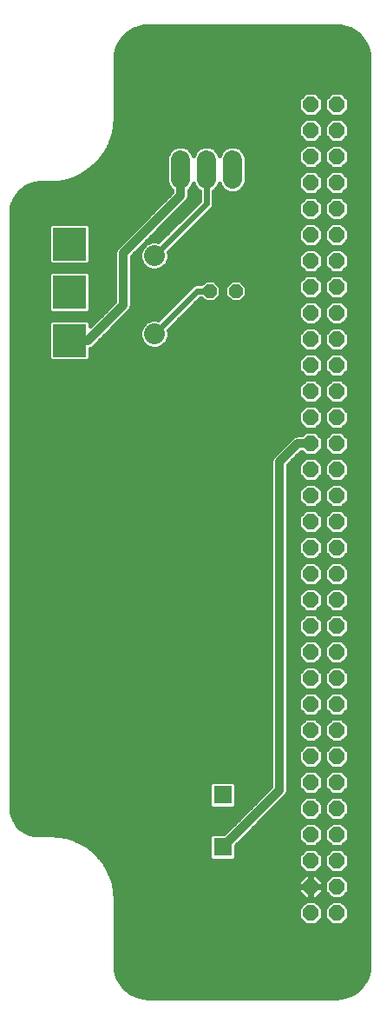
<source format=gtl>
G75*
%MOIN*%
%OFA0B0*%
%FSLAX24Y24*%
%IPPOS*%
%LPD*%
%AMOC8*
5,1,8,0,0,1.08239X$1,22.5*
%
%ADD10OC8,0.0600*%
%ADD11C,0.0740*%
%ADD12OC8,0.0520*%
%ADD13C,0.0800*%
%ADD14R,0.1266X0.1266*%
%ADD15R,0.0709X0.0709*%
%ADD16C,0.0320*%
%ADD17C,0.0160*%
%ADD18C,0.0240*%
D10*
X011685Y003430D03*
X011685Y004430D03*
X011685Y005430D03*
X011685Y006430D03*
X011685Y007430D03*
X011685Y008430D03*
X011685Y009430D03*
X011685Y010430D03*
X011685Y011430D03*
X011685Y012430D03*
X011685Y013430D03*
X011685Y014430D03*
X011685Y015430D03*
X011685Y016430D03*
X011685Y017430D03*
X011685Y018430D03*
X011685Y019430D03*
X011685Y020430D03*
X011685Y021430D03*
X011685Y022430D03*
X011685Y023430D03*
X011685Y024430D03*
X011685Y025430D03*
X011685Y026430D03*
X011685Y027430D03*
X011685Y028430D03*
X011685Y029430D03*
X011685Y030430D03*
X011685Y031430D03*
X011685Y032430D03*
X011685Y033430D03*
X011685Y034430D03*
X012685Y034430D03*
X012685Y033430D03*
X012685Y032430D03*
X012685Y031430D03*
X012685Y030430D03*
X012685Y029430D03*
X012685Y028430D03*
X012685Y027430D03*
X012685Y026430D03*
X012685Y025430D03*
X012685Y024430D03*
X012685Y023430D03*
X012685Y022430D03*
X012685Y021430D03*
X012685Y020430D03*
X012685Y019430D03*
X012685Y018430D03*
X012685Y017430D03*
X012685Y016430D03*
X012685Y015430D03*
X012685Y014430D03*
X012685Y013430D03*
X012685Y012430D03*
X012685Y011430D03*
X012685Y010430D03*
X012685Y009430D03*
X012685Y008430D03*
X012685Y007430D03*
X012685Y006430D03*
X012685Y005430D03*
X012685Y004430D03*
X012685Y003430D03*
D11*
X008685Y031560D02*
X008685Y032300D01*
X007685Y032300D02*
X007685Y031560D01*
X006685Y031560D02*
X006685Y032300D01*
D12*
X007815Y027270D03*
X008815Y027270D03*
D13*
X005685Y028630D03*
X005685Y025630D03*
D14*
X002425Y025380D03*
X002425Y027230D03*
X002425Y029080D03*
D15*
X008305Y007950D03*
X008305Y005950D03*
D16*
X010485Y008130D01*
X010485Y020730D01*
X011185Y021430D01*
X011685Y021430D01*
X004485Y028730D02*
X006685Y030930D01*
X006685Y031930D01*
X004485Y028730D02*
X004485Y026730D01*
X003135Y025380D01*
X002425Y025380D01*
D17*
X001987Y006412D02*
X002283Y006357D01*
X002572Y006268D01*
X002847Y006144D01*
X003105Y005987D01*
X003343Y005801D01*
X003556Y005588D01*
X003743Y005350D01*
X003899Y005092D01*
X004023Y004817D01*
X004113Y004528D01*
X004167Y004231D01*
X004185Y003930D01*
X004185Y001430D01*
X004198Y001252D01*
X004236Y001078D01*
X004298Y000911D01*
X004384Y000754D01*
X004490Y000611D01*
X004617Y000485D01*
X004759Y000378D01*
X004916Y000293D01*
X005083Y000231D01*
X005257Y000193D01*
X005435Y000180D01*
X012685Y000180D01*
X012863Y000193D01*
X013037Y000231D01*
X013204Y000293D01*
X013361Y000378D01*
X013504Y000485D01*
X013630Y000611D01*
X013737Y000754D01*
X013822Y000911D01*
X013885Y001078D01*
X013922Y001252D01*
X013935Y001430D01*
X013935Y036180D01*
X013922Y036358D01*
X013885Y036532D01*
X013822Y036699D01*
X013737Y036856D01*
X013630Y036999D01*
X013504Y037125D01*
X013361Y037232D01*
X013204Y037317D01*
X013037Y037379D01*
X012863Y037417D01*
X012685Y037430D01*
X005435Y037430D01*
X005257Y037417D01*
X005083Y037379D01*
X004916Y037317D01*
X004759Y037232D01*
X004617Y037125D01*
X004490Y036999D01*
X004384Y036856D01*
X004298Y036699D01*
X004236Y036532D01*
X004198Y036358D01*
X004185Y036180D01*
X004185Y033930D01*
X004167Y033632D01*
X004114Y033338D01*
X004027Y033052D01*
X003906Y032779D01*
X003754Y032522D01*
X003572Y032285D01*
X003363Y032072D01*
X003131Y031884D01*
X002877Y031726D01*
X002607Y031599D01*
X002324Y031504D01*
X002031Y031444D01*
X001734Y031419D01*
X001435Y031430D01*
X001267Y031434D01*
X001100Y031413D01*
X000938Y031368D01*
X000785Y031299D01*
X000643Y031209D01*
X000516Y031099D01*
X000406Y030972D01*
X000316Y030830D01*
X000248Y030677D01*
X000202Y030515D01*
X000182Y030348D01*
X000185Y030180D01*
X000185Y007430D01*
X000195Y007288D01*
X000226Y007148D01*
X000276Y007015D01*
X000344Y006889D01*
X000429Y006775D01*
X000530Y006674D01*
X000645Y006589D01*
X000770Y006520D01*
X000903Y006471D01*
X001043Y006440D01*
X001185Y006430D01*
X001685Y006430D01*
X001987Y006412D01*
X002207Y006371D02*
X007792Y006371D01*
X007791Y006371D02*
X007791Y005529D01*
X007885Y005436D01*
X008726Y005436D01*
X008820Y005529D01*
X008820Y006012D01*
X010666Y007859D01*
X010756Y007949D01*
X010805Y008066D01*
X010805Y020597D01*
X011318Y021110D01*
X011355Y021110D01*
X011495Y020970D01*
X011876Y020970D01*
X012145Y021239D01*
X012145Y021621D01*
X011876Y021890D01*
X011495Y021890D01*
X011355Y021750D01*
X011122Y021750D01*
X011004Y021701D01*
X010914Y021611D01*
X010214Y020911D01*
X010165Y020794D01*
X010165Y008263D01*
X008367Y006464D01*
X007885Y006464D01*
X007791Y006371D01*
X007791Y006213D02*
X002693Y006213D01*
X002995Y006054D02*
X007791Y006054D01*
X007791Y005896D02*
X003222Y005896D01*
X003407Y005737D02*
X007791Y005737D01*
X007791Y005579D02*
X003563Y005579D01*
X003688Y005420D02*
X011225Y005420D01*
X011225Y005262D02*
X003796Y005262D01*
X003892Y005103D02*
X011361Y005103D01*
X011495Y004970D02*
X011225Y005239D01*
X011225Y005621D01*
X011495Y005890D01*
X011876Y005890D01*
X012145Y005621D01*
X012145Y005239D01*
X011876Y004970D01*
X011495Y004970D01*
X011486Y004910D02*
X011205Y004629D01*
X011205Y004450D01*
X011665Y004450D01*
X011665Y004410D01*
X011205Y004410D01*
X011205Y004231D01*
X011486Y003950D01*
X011665Y003950D01*
X011665Y004410D01*
X011705Y004410D01*
X011705Y003950D01*
X011884Y003950D01*
X012165Y004231D01*
X012165Y004410D01*
X011705Y004410D01*
X011705Y004450D01*
X011665Y004450D01*
X011665Y004910D01*
X011486Y004910D01*
X011363Y004786D02*
X004032Y004786D01*
X004081Y004628D02*
X011205Y004628D01*
X011205Y004469D02*
X004123Y004469D01*
X004152Y004311D02*
X011205Y004311D01*
X011284Y004152D02*
X004172Y004152D01*
X004181Y003994D02*
X011442Y003994D01*
X011495Y003890D02*
X011225Y003621D01*
X011225Y003239D01*
X011495Y002970D01*
X011876Y002970D01*
X012145Y003239D01*
X012145Y003621D01*
X011876Y003890D01*
X011495Y003890D01*
X011440Y003835D02*
X004185Y003835D01*
X004185Y003677D02*
X011282Y003677D01*
X011225Y003518D02*
X004185Y003518D01*
X004185Y003360D02*
X011225Y003360D01*
X011263Y003201D02*
X004185Y003201D01*
X004185Y003043D02*
X011422Y003043D01*
X011665Y003994D02*
X011705Y003994D01*
X011705Y004152D02*
X011665Y004152D01*
X011665Y004311D02*
X011705Y004311D01*
X011705Y004450D02*
X012165Y004450D01*
X012165Y004629D01*
X011884Y004910D01*
X011705Y004910D01*
X011705Y004450D01*
X011705Y004469D02*
X011665Y004469D01*
X011665Y004628D02*
X011705Y004628D01*
X011705Y004786D02*
X011665Y004786D01*
X011928Y003994D02*
X012471Y003994D01*
X012495Y003970D02*
X012876Y003970D01*
X013145Y004239D01*
X013145Y004621D01*
X012876Y004890D01*
X012495Y004890D01*
X012225Y004621D01*
X012225Y004239D01*
X012495Y003970D01*
X012495Y003890D02*
X012225Y003621D01*
X012225Y003239D01*
X012495Y002970D01*
X012876Y002970D01*
X013145Y003239D01*
X013145Y003621D01*
X012876Y003890D01*
X012495Y003890D01*
X012440Y003835D02*
X011930Y003835D01*
X012089Y003677D02*
X012282Y003677D01*
X012225Y003518D02*
X012145Y003518D01*
X012145Y003360D02*
X012225Y003360D01*
X012263Y003201D02*
X012107Y003201D01*
X011949Y003043D02*
X012422Y003043D01*
X012949Y003043D02*
X013935Y003043D01*
X013935Y003201D02*
X013107Y003201D01*
X013145Y003360D02*
X013935Y003360D01*
X013935Y003518D02*
X013145Y003518D01*
X013089Y003677D02*
X013935Y003677D01*
X013935Y003835D02*
X012930Y003835D01*
X012900Y003994D02*
X013935Y003994D01*
X013935Y004152D02*
X013058Y004152D01*
X013145Y004311D02*
X013935Y004311D01*
X013935Y004469D02*
X013145Y004469D01*
X013138Y004628D02*
X013935Y004628D01*
X013935Y004786D02*
X012979Y004786D01*
X012876Y004970D02*
X013145Y005239D01*
X013145Y005621D01*
X012876Y005890D01*
X012495Y005890D01*
X012225Y005621D01*
X012225Y005239D01*
X012495Y004970D01*
X012876Y004970D01*
X013009Y005103D02*
X013935Y005103D01*
X013935Y004945D02*
X003965Y004945D01*
X004185Y002884D02*
X013935Y002884D01*
X013935Y002726D02*
X004185Y002726D01*
X004185Y002567D02*
X013935Y002567D01*
X013935Y002409D02*
X004185Y002409D01*
X004185Y002250D02*
X013935Y002250D01*
X013935Y002092D02*
X004185Y002092D01*
X004185Y001933D02*
X013935Y001933D01*
X013935Y001775D02*
X004185Y001775D01*
X004185Y001616D02*
X013935Y001616D01*
X013935Y001458D02*
X004185Y001458D01*
X004195Y001299D02*
X013926Y001299D01*
X013898Y001141D02*
X004222Y001141D01*
X004271Y000982D02*
X013849Y000982D01*
X013775Y000824D02*
X004346Y000824D01*
X004450Y000665D02*
X013670Y000665D01*
X013525Y000507D02*
X004595Y000507D01*
X004814Y000348D02*
X013306Y000348D01*
X012824Y000190D02*
X005296Y000190D01*
X007885Y007436D02*
X008726Y007436D01*
X008820Y007529D01*
X008820Y008371D01*
X008726Y008464D01*
X007885Y008464D01*
X007791Y008371D01*
X007791Y007529D01*
X007885Y007436D01*
X007839Y007481D02*
X000185Y007481D01*
X000185Y007639D02*
X007791Y007639D01*
X007791Y007798D02*
X000185Y007798D01*
X000185Y007956D02*
X007791Y007956D01*
X007791Y008115D02*
X000185Y008115D01*
X000185Y008273D02*
X007791Y008273D01*
X007852Y008432D02*
X000185Y008432D01*
X000185Y008590D02*
X010165Y008590D01*
X010165Y008432D02*
X008758Y008432D01*
X008820Y008273D02*
X010165Y008273D01*
X010018Y008115D02*
X008820Y008115D01*
X008820Y007956D02*
X009859Y007956D01*
X009701Y007798D02*
X008820Y007798D01*
X008820Y007639D02*
X009542Y007639D01*
X009384Y007481D02*
X008771Y007481D01*
X008908Y007005D02*
X000281Y007005D01*
X000222Y007164D02*
X009067Y007164D01*
X009225Y007322D02*
X000193Y007322D01*
X000376Y006847D02*
X008750Y006847D01*
X008591Y006688D02*
X000516Y006688D01*
X000752Y006530D02*
X008433Y006530D01*
X008862Y006054D02*
X011410Y006054D01*
X011495Y005970D02*
X011876Y005970D01*
X012145Y006239D01*
X012145Y006621D01*
X011876Y006890D01*
X011495Y006890D01*
X011225Y006621D01*
X011225Y006239D01*
X011495Y005970D01*
X011342Y005737D02*
X008820Y005737D01*
X008820Y005579D02*
X011225Y005579D01*
X011252Y006213D02*
X009021Y006213D01*
X008820Y005896D02*
X013935Y005896D01*
X013935Y006054D02*
X012960Y006054D01*
X012876Y005970D02*
X013145Y006239D01*
X013145Y006621D01*
X012876Y006890D01*
X012495Y006890D01*
X012225Y006621D01*
X012225Y006239D01*
X012495Y005970D01*
X012876Y005970D01*
X013028Y005737D02*
X013935Y005737D01*
X013935Y005579D02*
X013145Y005579D01*
X013145Y005420D02*
X013935Y005420D01*
X013935Y005262D02*
X013145Y005262D01*
X013119Y006213D02*
X013935Y006213D01*
X013935Y006371D02*
X013145Y006371D01*
X013145Y006530D02*
X013935Y006530D01*
X013935Y006688D02*
X013077Y006688D01*
X012919Y006847D02*
X013935Y006847D01*
X013935Y007005D02*
X012911Y007005D01*
X012876Y006970D02*
X013145Y007239D01*
X013145Y007621D01*
X012876Y007890D01*
X012495Y007890D01*
X012225Y007621D01*
X012225Y007239D01*
X012495Y006970D01*
X012876Y006970D01*
X013070Y007164D02*
X013935Y007164D01*
X013935Y007322D02*
X013145Y007322D01*
X013145Y007481D02*
X013935Y007481D01*
X013935Y007639D02*
X013126Y007639D01*
X012968Y007798D02*
X013935Y007798D01*
X013935Y007956D02*
X010760Y007956D01*
X010805Y008115D02*
X011350Y008115D01*
X011225Y008239D02*
X011225Y008621D01*
X011495Y008890D01*
X011876Y008890D01*
X012145Y008621D01*
X012145Y008239D01*
X011876Y007970D01*
X011495Y007970D01*
X011225Y008239D01*
X011225Y008273D02*
X010805Y008273D01*
X010805Y008432D02*
X011225Y008432D01*
X011225Y008590D02*
X010805Y008590D01*
X010805Y008749D02*
X011354Y008749D01*
X011495Y008970D02*
X011225Y009239D01*
X011225Y009621D01*
X011495Y009890D01*
X011876Y009890D01*
X012145Y009621D01*
X012145Y009239D01*
X011876Y008970D01*
X011495Y008970D01*
X011399Y009066D02*
X010805Y009066D01*
X010805Y009224D02*
X011240Y009224D01*
X011225Y009383D02*
X010805Y009383D01*
X010805Y009541D02*
X011225Y009541D01*
X011305Y009700D02*
X010805Y009700D01*
X010805Y009858D02*
X011463Y009858D01*
X011495Y009970D02*
X011876Y009970D01*
X012145Y010239D01*
X012145Y010621D01*
X011876Y010890D01*
X011495Y010890D01*
X011225Y010621D01*
X011225Y010239D01*
X011495Y009970D01*
X011448Y010017D02*
X010805Y010017D01*
X010805Y010175D02*
X011289Y010175D01*
X011225Y010334D02*
X010805Y010334D01*
X010805Y010492D02*
X011225Y010492D01*
X011256Y010651D02*
X010805Y010651D01*
X010805Y010809D02*
X011414Y010809D01*
X011495Y010970D02*
X011225Y011239D01*
X011225Y011621D01*
X011495Y011890D01*
X011876Y011890D01*
X012145Y011621D01*
X012145Y011239D01*
X011876Y010970D01*
X011495Y010970D01*
X011338Y011126D02*
X010805Y011126D01*
X010805Y010968D02*
X013935Y010968D01*
X013935Y011126D02*
X013032Y011126D01*
X013145Y011239D02*
X013145Y011621D01*
X012876Y011890D01*
X012495Y011890D01*
X012225Y011621D01*
X012225Y011239D01*
X012495Y010970D01*
X012876Y010970D01*
X013145Y011239D01*
X013145Y011285D02*
X013935Y011285D01*
X013935Y011443D02*
X013145Y011443D01*
X013145Y011602D02*
X013935Y011602D01*
X013935Y011760D02*
X013005Y011760D01*
X012876Y011970D02*
X013145Y012239D01*
X013145Y012621D01*
X012876Y012890D01*
X012495Y012890D01*
X012225Y012621D01*
X012225Y012239D01*
X012495Y011970D01*
X012876Y011970D01*
X012983Y012077D02*
X013935Y012077D01*
X013935Y011919D02*
X010805Y011919D01*
X010805Y012077D02*
X011387Y012077D01*
X011495Y011970D02*
X011876Y011970D01*
X012145Y012239D01*
X012145Y012621D01*
X011876Y012890D01*
X011495Y012890D01*
X011225Y012621D01*
X011225Y012239D01*
X011495Y011970D01*
X011365Y011760D02*
X010805Y011760D01*
X010805Y011602D02*
X011225Y011602D01*
X011225Y011443D02*
X010805Y011443D01*
X010805Y011285D02*
X011225Y011285D01*
X011229Y012236D02*
X010805Y012236D01*
X010805Y012394D02*
X011225Y012394D01*
X011225Y012553D02*
X010805Y012553D01*
X010805Y012711D02*
X011316Y012711D01*
X011475Y012870D02*
X010805Y012870D01*
X010805Y013028D02*
X011436Y013028D01*
X011495Y012970D02*
X011876Y012970D01*
X012145Y013239D01*
X012145Y013621D01*
X011876Y013890D01*
X011495Y013890D01*
X011225Y013621D01*
X011225Y013239D01*
X011495Y012970D01*
X011278Y013187D02*
X010805Y013187D01*
X010805Y013345D02*
X011225Y013345D01*
X011225Y013504D02*
X010805Y013504D01*
X010805Y013662D02*
X011267Y013662D01*
X011426Y013821D02*
X010805Y013821D01*
X010805Y013979D02*
X011485Y013979D01*
X011495Y013970D02*
X011876Y013970D01*
X012145Y014239D01*
X012145Y014621D01*
X011876Y014890D01*
X011495Y014890D01*
X011225Y014621D01*
X011225Y014239D01*
X011495Y013970D01*
X011327Y014138D02*
X010805Y014138D01*
X010805Y014296D02*
X011225Y014296D01*
X011225Y014455D02*
X010805Y014455D01*
X010805Y014613D02*
X011225Y014613D01*
X011377Y014772D02*
X010805Y014772D01*
X010805Y014930D02*
X013935Y014930D01*
X013935Y014772D02*
X012994Y014772D01*
X012876Y014890D02*
X013145Y014621D01*
X013145Y014239D01*
X012876Y013970D01*
X012495Y013970D01*
X012225Y014239D01*
X012225Y014621D01*
X012495Y014890D01*
X012876Y014890D01*
X012876Y014970D02*
X013145Y015239D01*
X013145Y015621D01*
X012876Y015890D01*
X012495Y015890D01*
X012225Y015621D01*
X012225Y015239D01*
X012495Y014970D01*
X012876Y014970D01*
X012995Y015089D02*
X013935Y015089D01*
X013935Y015247D02*
X013145Y015247D01*
X013145Y015406D02*
X013935Y015406D01*
X013935Y015564D02*
X013145Y015564D01*
X013043Y015723D02*
X013935Y015723D01*
X013935Y015881D02*
X012884Y015881D01*
X012876Y015970D02*
X013145Y016239D01*
X013145Y016621D01*
X012876Y016890D01*
X012495Y016890D01*
X012225Y016621D01*
X012225Y016239D01*
X012495Y015970D01*
X012876Y015970D01*
X012946Y016040D02*
X013935Y016040D01*
X013935Y016198D02*
X013104Y016198D01*
X013145Y016357D02*
X013935Y016357D01*
X013935Y016515D02*
X013145Y016515D01*
X013092Y016674D02*
X013935Y016674D01*
X013935Y016832D02*
X012933Y016832D01*
X012876Y016970D02*
X013145Y017239D01*
X013145Y017621D01*
X012876Y017890D01*
X012495Y017890D01*
X012225Y017621D01*
X012225Y017239D01*
X012495Y016970D01*
X012876Y016970D01*
X012897Y016991D02*
X013935Y016991D01*
X013935Y017149D02*
X013055Y017149D01*
X013145Y017308D02*
X013935Y017308D01*
X013935Y017466D02*
X013145Y017466D01*
X013141Y017625D02*
X013935Y017625D01*
X013935Y017783D02*
X012982Y017783D01*
X012876Y017970D02*
X013145Y018239D01*
X013145Y018621D01*
X012876Y018890D01*
X012495Y018890D01*
X012225Y018621D01*
X012225Y018239D01*
X012495Y017970D01*
X012876Y017970D01*
X013006Y018100D02*
X013935Y018100D01*
X013935Y017942D02*
X010805Y017942D01*
X010805Y018100D02*
X011364Y018100D01*
X011495Y017970D02*
X011876Y017970D01*
X012145Y018239D01*
X012145Y018621D01*
X011876Y018890D01*
X011495Y018890D01*
X011225Y018621D01*
X011225Y018239D01*
X011495Y017970D01*
X011495Y017890D02*
X011225Y017621D01*
X011225Y017239D01*
X011495Y016970D01*
X011876Y016970D01*
X012145Y017239D01*
X012145Y017621D01*
X011876Y017890D01*
X011495Y017890D01*
X011388Y017783D02*
X010805Y017783D01*
X010805Y017625D02*
X011230Y017625D01*
X011225Y017466D02*
X010805Y017466D01*
X010805Y017308D02*
X011225Y017308D01*
X011315Y017149D02*
X010805Y017149D01*
X010805Y016991D02*
X011474Y016991D01*
X011495Y016890D02*
X011225Y016621D01*
X011225Y016239D01*
X011495Y015970D01*
X011876Y015970D01*
X012145Y016239D01*
X012145Y016621D01*
X011876Y016890D01*
X011495Y016890D01*
X011437Y016832D02*
X010805Y016832D01*
X010805Y016674D02*
X011279Y016674D01*
X011225Y016515D02*
X010805Y016515D01*
X010805Y016357D02*
X011225Y016357D01*
X011266Y016198D02*
X010805Y016198D01*
X010805Y016040D02*
X011425Y016040D01*
X011495Y015890D02*
X011225Y015621D01*
X011225Y015239D01*
X011495Y014970D01*
X011876Y014970D01*
X012145Y015239D01*
X012145Y015621D01*
X011876Y015890D01*
X011495Y015890D01*
X011486Y015881D02*
X010805Y015881D01*
X010805Y015723D02*
X011328Y015723D01*
X011225Y015564D02*
X010805Y015564D01*
X010805Y015406D02*
X011225Y015406D01*
X011225Y015247D02*
X010805Y015247D01*
X010805Y015089D02*
X011376Y015089D01*
X011995Y015089D02*
X012376Y015089D01*
X012225Y015247D02*
X012145Y015247D01*
X012145Y015406D02*
X012225Y015406D01*
X012225Y015564D02*
X012145Y015564D01*
X012043Y015723D02*
X012328Y015723D01*
X012486Y015881D02*
X011884Y015881D01*
X011946Y016040D02*
X012425Y016040D01*
X012266Y016198D02*
X012104Y016198D01*
X012145Y016357D02*
X012225Y016357D01*
X012225Y016515D02*
X012145Y016515D01*
X012092Y016674D02*
X012279Y016674D01*
X012315Y017149D02*
X012055Y017149D01*
X012145Y017308D02*
X012225Y017308D01*
X012225Y017466D02*
X012145Y017466D01*
X012141Y017625D02*
X012230Y017625D01*
X012388Y017783D02*
X011982Y017783D01*
X012006Y018100D02*
X012364Y018100D01*
X012225Y018259D02*
X012145Y018259D01*
X012145Y018417D02*
X012225Y018417D01*
X012225Y018576D02*
X012145Y018576D01*
X012031Y018734D02*
X012339Y018734D01*
X012495Y018970D02*
X012876Y018970D01*
X013145Y019239D01*
X013145Y019621D01*
X012876Y019890D01*
X012495Y019890D01*
X012225Y019621D01*
X012225Y019239D01*
X012495Y018970D01*
X012413Y019051D02*
X011957Y019051D01*
X011876Y018970D02*
X012145Y019239D01*
X012145Y019621D01*
X011876Y019890D01*
X011495Y019890D01*
X011225Y019621D01*
X011225Y019239D01*
X011495Y018970D01*
X011876Y018970D01*
X012116Y019210D02*
X012255Y019210D01*
X012225Y019368D02*
X012145Y019368D01*
X012145Y019527D02*
X012225Y019527D01*
X012290Y019685D02*
X012080Y019685D01*
X011922Y019844D02*
X012449Y019844D01*
X012495Y019970D02*
X012876Y019970D01*
X013145Y020239D01*
X013145Y020621D01*
X012876Y020890D01*
X012495Y020890D01*
X012225Y020621D01*
X012225Y020239D01*
X012495Y019970D01*
X012462Y020002D02*
X011908Y020002D01*
X011876Y019970D02*
X012145Y020239D01*
X012145Y020621D01*
X011876Y020890D01*
X011495Y020890D01*
X011225Y020621D01*
X011225Y020239D01*
X011495Y019970D01*
X011876Y019970D01*
X012067Y020161D02*
X012304Y020161D01*
X012225Y020319D02*
X012145Y020319D01*
X012145Y020478D02*
X012225Y020478D01*
X012241Y020636D02*
X012129Y020636D01*
X011971Y020795D02*
X012400Y020795D01*
X012495Y020970D02*
X012225Y021239D01*
X012225Y021621D01*
X012495Y021890D01*
X012876Y021890D01*
X013145Y021621D01*
X013145Y021239D01*
X012876Y020970D01*
X012495Y020970D01*
X012353Y021112D02*
X012018Y021112D01*
X012145Y021270D02*
X012225Y021270D01*
X012225Y021429D02*
X012145Y021429D01*
X012145Y021587D02*
X012225Y021587D01*
X012351Y021746D02*
X012020Y021746D01*
X011876Y021970D02*
X012145Y022239D01*
X012145Y022621D01*
X011876Y022890D01*
X011495Y022890D01*
X011225Y022621D01*
X011225Y022239D01*
X011495Y021970D01*
X011876Y021970D01*
X011969Y022063D02*
X012402Y022063D01*
X012495Y021970D02*
X012225Y022239D01*
X012225Y022621D01*
X012495Y022890D01*
X012876Y022890D01*
X013145Y022621D01*
X013145Y022239D01*
X012876Y021970D01*
X012495Y021970D01*
X012243Y022221D02*
X012127Y022221D01*
X012145Y022380D02*
X012225Y022380D01*
X012225Y022538D02*
X012145Y022538D01*
X012069Y022697D02*
X012302Y022697D01*
X012460Y022855D02*
X011910Y022855D01*
X011876Y022970D02*
X012145Y023239D01*
X012145Y023621D01*
X011876Y023890D01*
X011495Y023890D01*
X011225Y023621D01*
X011225Y023239D01*
X011495Y022970D01*
X011876Y022970D01*
X011920Y023014D02*
X012451Y023014D01*
X012495Y022970D02*
X012876Y022970D01*
X013145Y023239D01*
X013145Y023621D01*
X012876Y023890D01*
X012495Y023890D01*
X012225Y023621D01*
X012225Y023239D01*
X012495Y022970D01*
X012292Y023172D02*
X012078Y023172D01*
X012145Y023331D02*
X012225Y023331D01*
X012225Y023489D02*
X012145Y023489D01*
X012118Y023648D02*
X012253Y023648D01*
X012411Y023806D02*
X011959Y023806D01*
X011876Y023970D02*
X012145Y024239D01*
X012145Y024621D01*
X011876Y024890D01*
X011495Y024890D01*
X011225Y024621D01*
X011225Y024239D01*
X011495Y023970D01*
X011876Y023970D01*
X012029Y024123D02*
X012341Y024123D01*
X012225Y024239D02*
X012225Y024621D01*
X012495Y024890D01*
X012876Y024890D01*
X013145Y024621D01*
X013145Y024239D01*
X012876Y023970D01*
X012495Y023970D01*
X012225Y024239D01*
X012225Y024282D02*
X012145Y024282D01*
X012145Y024440D02*
X012225Y024440D01*
X012225Y024599D02*
X012145Y024599D01*
X012008Y024757D02*
X012362Y024757D01*
X012495Y024970D02*
X012876Y024970D01*
X013145Y025239D01*
X013145Y025621D01*
X012876Y025890D01*
X012495Y025890D01*
X012225Y025621D01*
X012225Y025239D01*
X012495Y024970D01*
X012390Y025074D02*
X011980Y025074D01*
X011876Y024970D02*
X012145Y025239D01*
X012145Y025621D01*
X011876Y025890D01*
X011495Y025890D01*
X011225Y025621D01*
X011225Y025239D01*
X011495Y024970D01*
X011876Y024970D01*
X012139Y025233D02*
X012232Y025233D01*
X012225Y025391D02*
X012145Y025391D01*
X012145Y025550D02*
X012225Y025550D01*
X012313Y025708D02*
X012057Y025708D01*
X011899Y025867D02*
X012472Y025867D01*
X012495Y025970D02*
X012876Y025970D01*
X013145Y026239D01*
X013145Y026621D01*
X012876Y026890D01*
X012495Y026890D01*
X012225Y026621D01*
X012225Y026239D01*
X012495Y025970D01*
X012439Y026025D02*
X011931Y026025D01*
X011876Y025970D02*
X012145Y026239D01*
X012145Y026621D01*
X011876Y026890D01*
X011495Y026890D01*
X011225Y026621D01*
X011225Y026239D01*
X011495Y025970D01*
X011876Y025970D01*
X012090Y026184D02*
X012281Y026184D01*
X012225Y026342D02*
X012145Y026342D01*
X012145Y026501D02*
X012225Y026501D01*
X012264Y026659D02*
X012106Y026659D01*
X011948Y026818D02*
X012423Y026818D01*
X012495Y026970D02*
X012876Y026970D01*
X013145Y027239D01*
X013145Y027621D01*
X012876Y027890D01*
X012495Y027890D01*
X012225Y027621D01*
X012225Y027239D01*
X012495Y026970D01*
X012488Y026976D02*
X011882Y026976D01*
X011876Y026970D02*
X012145Y027239D01*
X012145Y027621D01*
X011876Y027890D01*
X011495Y027890D01*
X011225Y027621D01*
X011225Y027239D01*
X011495Y026970D01*
X011876Y026970D01*
X012041Y027135D02*
X012330Y027135D01*
X012225Y027293D02*
X012145Y027293D01*
X012145Y027452D02*
X012225Y027452D01*
X012225Y027610D02*
X012145Y027610D01*
X011997Y027769D02*
X012374Y027769D01*
X012495Y027970D02*
X012876Y027970D01*
X013145Y028239D01*
X013145Y028621D01*
X012876Y028890D01*
X012495Y028890D01*
X012225Y028621D01*
X012225Y028239D01*
X012495Y027970D01*
X012379Y028086D02*
X011992Y028086D01*
X011876Y027970D02*
X012145Y028239D01*
X012145Y028621D01*
X011876Y028890D01*
X011495Y028890D01*
X011225Y028621D01*
X011225Y028239D01*
X011495Y027970D01*
X011876Y027970D01*
X012145Y028244D02*
X012225Y028244D01*
X012225Y028403D02*
X012145Y028403D01*
X012145Y028561D02*
X012225Y028561D01*
X012325Y028720D02*
X012046Y028720D01*
X011887Y028878D02*
X012483Y028878D01*
X012495Y028970D02*
X012876Y028970D01*
X013145Y029239D01*
X013145Y029621D01*
X012876Y029890D01*
X012495Y029890D01*
X012225Y029621D01*
X012225Y029239D01*
X012495Y028970D01*
X012428Y029037D02*
X011943Y029037D01*
X011876Y028970D02*
X012145Y029239D01*
X012145Y029621D01*
X011876Y029890D01*
X011495Y029890D01*
X011225Y029621D01*
X011225Y029239D01*
X011495Y028970D01*
X011876Y028970D01*
X012101Y029195D02*
X012269Y029195D01*
X012225Y029354D02*
X012145Y029354D01*
X012145Y029512D02*
X012225Y029512D01*
X012276Y029671D02*
X012095Y029671D01*
X011936Y029829D02*
X012434Y029829D01*
X012495Y029970D02*
X012876Y029970D01*
X013145Y030239D01*
X013145Y030621D01*
X012876Y030890D01*
X012495Y030890D01*
X012225Y030621D01*
X012225Y030239D01*
X012495Y029970D01*
X012477Y029988D02*
X011894Y029988D01*
X011876Y029970D02*
X012145Y030239D01*
X012145Y030621D01*
X011876Y030890D01*
X011495Y030890D01*
X011225Y030621D01*
X011225Y030239D01*
X011495Y029970D01*
X011876Y029970D01*
X012052Y030146D02*
X012318Y030146D01*
X012225Y030305D02*
X012145Y030305D01*
X012145Y030463D02*
X012225Y030463D01*
X012227Y030622D02*
X012144Y030622D01*
X011985Y030780D02*
X012385Y030780D01*
X012495Y030970D02*
X012876Y030970D01*
X013145Y031239D01*
X013145Y031621D01*
X012876Y031890D01*
X013935Y031890D01*
X013935Y032048D02*
X012954Y032048D01*
X012876Y031970D02*
X013145Y032239D01*
X013145Y032621D01*
X012876Y032890D01*
X012495Y032890D01*
X012225Y032621D01*
X012225Y032239D01*
X012495Y031970D01*
X012876Y031970D01*
X012876Y031890D02*
X012495Y031890D01*
X012225Y031621D01*
X012225Y031239D01*
X012495Y030970D01*
X012367Y031097D02*
X012003Y031097D01*
X011876Y030970D02*
X012145Y031239D01*
X012145Y031621D01*
X011876Y031890D01*
X012495Y031890D01*
X012416Y032048D02*
X011954Y032048D01*
X011876Y031970D02*
X012145Y032239D01*
X012145Y032621D01*
X011876Y032890D01*
X011495Y032890D01*
X011225Y032621D01*
X011225Y032239D01*
X011495Y031970D01*
X011876Y031970D01*
X011876Y031890D02*
X011495Y031890D01*
X011225Y031621D01*
X011225Y031239D01*
X011495Y030970D01*
X011876Y030970D01*
X012145Y031256D02*
X012225Y031256D01*
X012225Y031414D02*
X012145Y031414D01*
X012145Y031573D02*
X012225Y031573D01*
X012336Y031731D02*
X012034Y031731D01*
X012113Y032207D02*
X012258Y032207D01*
X012225Y032365D02*
X012145Y032365D01*
X012145Y032524D02*
X012225Y032524D01*
X012287Y032682D02*
X012083Y032682D01*
X011925Y032841D02*
X012446Y032841D01*
X012495Y032970D02*
X012876Y032970D01*
X013145Y033239D01*
X013145Y033621D01*
X012876Y033890D01*
X012495Y033890D01*
X012225Y033621D01*
X012225Y033239D01*
X012495Y032970D01*
X012465Y032999D02*
X011905Y032999D01*
X011876Y032970D02*
X012145Y033239D01*
X012145Y033621D01*
X011876Y033890D01*
X011495Y033890D01*
X011225Y033621D01*
X011225Y033239D01*
X011495Y032970D01*
X011876Y032970D01*
X012064Y033158D02*
X012307Y033158D01*
X012225Y033316D02*
X012145Y033316D01*
X012145Y033475D02*
X012225Y033475D01*
X012238Y033633D02*
X012132Y033633D01*
X011974Y033792D02*
X012397Y033792D01*
X012495Y033970D02*
X012876Y033970D01*
X013145Y034239D01*
X013145Y034621D01*
X012876Y034890D01*
X012495Y034890D01*
X012225Y034621D01*
X012225Y034239D01*
X012495Y033970D01*
X012356Y034109D02*
X012015Y034109D01*
X012145Y034239D02*
X011876Y033970D01*
X011495Y033970D01*
X011225Y034239D01*
X011225Y034621D01*
X011495Y034890D01*
X011876Y034890D01*
X012145Y034621D01*
X012145Y034239D01*
X012145Y034267D02*
X012225Y034267D01*
X012225Y034426D02*
X012145Y034426D01*
X012145Y034584D02*
X012225Y034584D01*
X012348Y034743D02*
X012023Y034743D01*
X011348Y034743D02*
X004185Y034743D01*
X004185Y034901D02*
X013935Y034901D01*
X013935Y034743D02*
X013023Y034743D01*
X013145Y034584D02*
X013935Y034584D01*
X013935Y034426D02*
X013145Y034426D01*
X013145Y034267D02*
X013935Y034267D01*
X013935Y034109D02*
X013015Y034109D01*
X012974Y033792D02*
X013935Y033792D01*
X013935Y033950D02*
X004185Y033950D01*
X004177Y033792D02*
X011397Y033792D01*
X011238Y033633D02*
X004168Y033633D01*
X004139Y033475D02*
X011225Y033475D01*
X011225Y033316D02*
X004108Y033316D01*
X004059Y033158D02*
X011307Y033158D01*
X011465Y032999D02*
X004003Y032999D01*
X003933Y032841D02*
X011446Y032841D01*
X011287Y032682D02*
X009052Y032682D01*
X008985Y032749D02*
X009134Y032600D01*
X009215Y032405D01*
X009215Y031455D01*
X009134Y031260D01*
X008985Y031111D01*
X008791Y031030D01*
X008580Y031030D01*
X008385Y031111D01*
X008236Y031260D01*
X008185Y031382D01*
X008134Y031260D01*
X007985Y031111D01*
X007965Y031102D01*
X007965Y030574D01*
X007923Y030471D01*
X007844Y030393D01*
X006230Y028779D01*
X006245Y028741D01*
X006245Y028519D01*
X006160Y028313D01*
X006002Y028155D01*
X005797Y028070D01*
X005574Y028070D01*
X005368Y028155D01*
X005210Y028313D01*
X005125Y028519D01*
X005125Y028741D01*
X005210Y028947D01*
X005368Y029105D01*
X005574Y029190D01*
X005797Y029190D01*
X005834Y029175D01*
X007405Y030746D01*
X007405Y031102D01*
X007385Y031111D01*
X007236Y031260D01*
X007185Y031382D01*
X007134Y031260D01*
X007005Y031130D01*
X007005Y030866D01*
X006956Y030749D01*
X004805Y028597D01*
X004805Y026666D01*
X004756Y026549D01*
X003406Y025199D01*
X003316Y025109D01*
X003218Y025068D01*
X003218Y024681D01*
X003125Y024587D01*
X001726Y024587D01*
X001632Y024681D01*
X001632Y026079D01*
X001726Y026173D01*
X003125Y026173D01*
X003218Y026079D01*
X003218Y025916D01*
X004165Y026863D01*
X004165Y028794D01*
X004214Y028911D01*
X004304Y029001D01*
X006365Y031063D01*
X006365Y031130D01*
X006236Y031260D01*
X006155Y031455D01*
X006155Y032405D01*
X006236Y032600D01*
X006385Y032749D01*
X006580Y032830D01*
X006791Y032830D01*
X006985Y032749D01*
X007134Y032600D01*
X007185Y032478D01*
X007236Y032600D01*
X007385Y032749D01*
X007580Y032830D01*
X007791Y032830D01*
X007985Y032749D01*
X008134Y032600D01*
X008185Y032478D01*
X008236Y032600D01*
X008385Y032749D01*
X008580Y032830D01*
X008791Y032830D01*
X008985Y032749D01*
X009166Y032524D02*
X011225Y032524D01*
X011225Y032365D02*
X009215Y032365D01*
X009215Y032207D02*
X011258Y032207D01*
X011416Y032048D02*
X009215Y032048D01*
X009215Y031890D02*
X011495Y031890D01*
X011336Y031731D02*
X009215Y031731D01*
X009215Y031573D02*
X011225Y031573D01*
X011225Y031414D02*
X009199Y031414D01*
X009131Y031256D02*
X011225Y031256D01*
X011367Y031097D02*
X008954Y031097D01*
X008417Y031097D02*
X007965Y031097D01*
X007965Y030939D02*
X013935Y030939D01*
X013935Y031097D02*
X013003Y031097D01*
X013145Y031256D02*
X013935Y031256D01*
X013935Y031414D02*
X013145Y031414D01*
X013145Y031573D02*
X013935Y031573D01*
X013935Y031731D02*
X013034Y031731D01*
X013113Y032207D02*
X013935Y032207D01*
X013935Y032365D02*
X013145Y032365D01*
X013145Y032524D02*
X013935Y032524D01*
X013935Y032682D02*
X013083Y032682D01*
X012925Y032841D02*
X013935Y032841D01*
X013935Y032999D02*
X012905Y032999D01*
X013064Y033158D02*
X013935Y033158D01*
X013935Y033316D02*
X013145Y033316D01*
X013145Y033475D02*
X013935Y033475D01*
X013935Y033633D02*
X013132Y033633D01*
X013935Y035060D02*
X004185Y035060D01*
X004185Y035218D02*
X013935Y035218D01*
X013935Y035377D02*
X004185Y035377D01*
X004185Y035535D02*
X013935Y035535D01*
X013935Y035694D02*
X004185Y035694D01*
X004185Y035852D02*
X013935Y035852D01*
X013935Y036011D02*
X004185Y036011D01*
X004185Y036169D02*
X013935Y036169D01*
X013925Y036328D02*
X004196Y036328D01*
X004226Y036486D02*
X013894Y036486D01*
X013842Y036645D02*
X004278Y036645D01*
X004355Y036803D02*
X013765Y036803D01*
X013657Y036962D02*
X004463Y036962D01*
X004612Y037120D02*
X013508Y037120D01*
X013274Y037279D02*
X004846Y037279D01*
X004185Y034584D02*
X011225Y034584D01*
X011225Y034426D02*
X004185Y034426D01*
X004185Y034267D02*
X011225Y034267D01*
X011356Y034109D02*
X004185Y034109D01*
X003849Y032682D02*
X006318Y032682D01*
X006204Y032524D02*
X003755Y032524D01*
X003633Y032365D02*
X006155Y032365D01*
X006155Y032207D02*
X003495Y032207D01*
X003334Y032048D02*
X006155Y032048D01*
X006155Y031890D02*
X003138Y031890D01*
X002886Y031731D02*
X006155Y031731D01*
X006155Y031573D02*
X002530Y031573D01*
X003125Y029873D02*
X001726Y029873D01*
X001632Y029779D01*
X001632Y028381D01*
X001726Y028287D01*
X003125Y028287D01*
X003218Y028381D01*
X003218Y029779D01*
X003125Y029873D01*
X003168Y029829D02*
X005132Y029829D01*
X004974Y029671D02*
X003218Y029671D01*
X003218Y029512D02*
X004815Y029512D01*
X004657Y029354D02*
X003218Y029354D01*
X003218Y029195D02*
X004498Y029195D01*
X004340Y029037D02*
X003218Y029037D01*
X003218Y028878D02*
X004200Y028878D01*
X004165Y028720D02*
X003218Y028720D01*
X003218Y028561D02*
X004165Y028561D01*
X004165Y028403D02*
X003218Y028403D01*
X003125Y028023D02*
X001726Y028023D01*
X001632Y027929D01*
X001632Y026531D01*
X001726Y026437D01*
X003125Y026437D01*
X003218Y026531D01*
X003218Y027929D01*
X003125Y028023D01*
X003218Y027927D02*
X004165Y027927D01*
X004165Y027769D02*
X003218Y027769D01*
X003218Y027610D02*
X004165Y027610D01*
X004165Y027452D02*
X003218Y027452D01*
X003218Y027293D02*
X004165Y027293D01*
X004165Y027135D02*
X003218Y027135D01*
X003218Y026976D02*
X004165Y026976D01*
X004121Y026818D02*
X003218Y026818D01*
X003218Y026659D02*
X003962Y026659D01*
X004233Y026025D02*
X005289Y026025D01*
X005210Y025947D02*
X005125Y025741D01*
X005125Y025519D01*
X005210Y025313D01*
X005368Y025155D01*
X005574Y025070D01*
X005797Y025070D01*
X006002Y025155D01*
X006160Y025313D01*
X006245Y025519D01*
X006245Y025741D01*
X006230Y025779D01*
X007441Y026990D01*
X007501Y026990D01*
X007641Y026850D01*
X007989Y026850D01*
X008235Y027096D01*
X008235Y027444D01*
X007989Y027690D01*
X007641Y027690D01*
X007501Y027550D01*
X007269Y027550D01*
X007167Y027507D01*
X007088Y027429D01*
X005834Y026175D01*
X005797Y026190D01*
X005574Y026190D01*
X005368Y026105D01*
X005210Y025947D01*
X005177Y025867D02*
X004075Y025867D01*
X003916Y025708D02*
X005125Y025708D01*
X005125Y025550D02*
X003758Y025550D01*
X003599Y025391D02*
X005178Y025391D01*
X005290Y025233D02*
X003441Y025233D01*
X003234Y025074D02*
X005563Y025074D01*
X005807Y025074D02*
X011390Y025074D01*
X011232Y025233D02*
X006080Y025233D01*
X006193Y025391D02*
X011225Y025391D01*
X011225Y025550D02*
X006245Y025550D01*
X006245Y025708D02*
X011313Y025708D01*
X011472Y025867D02*
X006318Y025867D01*
X006477Y026025D02*
X011439Y026025D01*
X011281Y026184D02*
X006635Y026184D01*
X006794Y026342D02*
X011225Y026342D01*
X011225Y026501D02*
X006952Y026501D01*
X007111Y026659D02*
X011264Y026659D01*
X011423Y026818D02*
X007269Y026818D01*
X007428Y026976D02*
X007515Y026976D01*
X007562Y027610D02*
X004805Y027610D01*
X004805Y027452D02*
X007111Y027452D01*
X006953Y027293D02*
X004805Y027293D01*
X004805Y027135D02*
X006794Y027135D01*
X006636Y026976D02*
X004805Y026976D01*
X004805Y026818D02*
X006477Y026818D01*
X006319Y026659D02*
X004802Y026659D01*
X004709Y026501D02*
X006160Y026501D01*
X006002Y026342D02*
X004550Y026342D01*
X004392Y026184D02*
X005559Y026184D01*
X005811Y026184D02*
X005843Y026184D01*
X005835Y028086D02*
X011379Y028086D01*
X011225Y028244D02*
X006092Y028244D01*
X006197Y028403D02*
X011225Y028403D01*
X011225Y028561D02*
X006245Y028561D01*
X006245Y028720D02*
X011325Y028720D01*
X011483Y028878D02*
X006330Y028878D01*
X006488Y029037D02*
X011428Y029037D01*
X011269Y029195D02*
X006647Y029195D01*
X006805Y029354D02*
X011225Y029354D01*
X011225Y029512D02*
X006964Y029512D01*
X007122Y029671D02*
X011276Y029671D01*
X011434Y029829D02*
X007281Y029829D01*
X007439Y029988D02*
X011477Y029988D01*
X011318Y030146D02*
X007598Y030146D01*
X007756Y030305D02*
X011225Y030305D01*
X011225Y030463D02*
X007915Y030463D01*
X007965Y030622D02*
X011227Y030622D01*
X011385Y030780D02*
X007965Y030780D01*
X008131Y031256D02*
X008240Y031256D01*
X008204Y032524D02*
X008166Y032524D01*
X008052Y032682D02*
X008318Y032682D01*
X007405Y031097D02*
X007005Y031097D01*
X007005Y030939D02*
X007405Y030939D01*
X007405Y030780D02*
X006970Y030780D01*
X006830Y030622D02*
X007281Y030622D01*
X007123Y030463D02*
X006671Y030463D01*
X006513Y030305D02*
X006964Y030305D01*
X006806Y030146D02*
X006354Y030146D01*
X006489Y029829D02*
X006037Y029829D01*
X005879Y029671D02*
X006330Y029671D01*
X006172Y029512D02*
X005720Y029512D01*
X005562Y029354D02*
X006013Y029354D01*
X005855Y029195D02*
X005403Y029195D01*
X005300Y029037D02*
X005245Y029037D01*
X005182Y028878D02*
X005086Y028878D01*
X005125Y028720D02*
X004928Y028720D01*
X004805Y028561D02*
X005125Y028561D01*
X005173Y028403D02*
X004805Y028403D01*
X004805Y028244D02*
X005279Y028244D01*
X005535Y028086D02*
X004805Y028086D01*
X004805Y027927D02*
X013935Y027927D01*
X013935Y027769D02*
X012997Y027769D01*
X013145Y027610D02*
X013935Y027610D01*
X013935Y027452D02*
X013145Y027452D01*
X013145Y027293D02*
X013935Y027293D01*
X013935Y027135D02*
X013041Y027135D01*
X012882Y026976D02*
X013935Y026976D01*
X013935Y026818D02*
X012948Y026818D01*
X013106Y026659D02*
X013935Y026659D01*
X013935Y026501D02*
X013145Y026501D01*
X013145Y026342D02*
X013935Y026342D01*
X013935Y026184D02*
X013090Y026184D01*
X012931Y026025D02*
X013935Y026025D01*
X013935Y025867D02*
X012899Y025867D01*
X013057Y025708D02*
X013935Y025708D01*
X013935Y025550D02*
X013145Y025550D01*
X013145Y025391D02*
X013935Y025391D01*
X013935Y025233D02*
X013139Y025233D01*
X012980Y025074D02*
X013935Y025074D01*
X013935Y024916D02*
X003218Y024916D01*
X003218Y024757D02*
X011362Y024757D01*
X011225Y024599D02*
X003137Y024599D01*
X003218Y026025D02*
X003328Y026025D01*
X003487Y026184D02*
X000185Y026184D01*
X000185Y026342D02*
X003645Y026342D01*
X003804Y026501D02*
X003189Y026501D01*
X004165Y028086D02*
X000185Y028086D01*
X000185Y028244D02*
X004165Y028244D01*
X004805Y027769D02*
X011374Y027769D01*
X011225Y027610D02*
X009069Y027610D01*
X008989Y027690D02*
X009235Y027444D01*
X009235Y027096D01*
X008989Y026850D01*
X008641Y026850D01*
X008395Y027096D01*
X008395Y027444D01*
X008641Y027690D01*
X008989Y027690D01*
X009227Y027452D02*
X011225Y027452D01*
X011225Y027293D02*
X009235Y027293D01*
X009235Y027135D02*
X011330Y027135D01*
X011488Y026976D02*
X009116Y026976D01*
X008515Y026976D02*
X008116Y026976D01*
X008235Y027135D02*
X008395Y027135D01*
X008395Y027293D02*
X008235Y027293D01*
X008227Y027452D02*
X008403Y027452D01*
X008562Y027610D02*
X008069Y027610D01*
X006647Y029988D02*
X006196Y029988D01*
X005925Y030622D02*
X000232Y030622D01*
X000196Y030463D02*
X005766Y030463D01*
X005608Y030305D02*
X000182Y030305D01*
X000185Y030146D02*
X005449Y030146D01*
X005291Y029988D02*
X000185Y029988D01*
X000185Y029829D02*
X001682Y029829D01*
X001632Y029671D02*
X000185Y029671D01*
X000185Y029512D02*
X001632Y029512D01*
X001632Y029354D02*
X000185Y029354D01*
X000185Y029195D02*
X001632Y029195D01*
X001632Y029037D02*
X000185Y029037D01*
X000185Y028878D02*
X001632Y028878D01*
X001632Y028720D02*
X000185Y028720D01*
X000185Y028561D02*
X001632Y028561D01*
X001632Y028403D02*
X000185Y028403D01*
X000185Y027927D02*
X001632Y027927D01*
X001632Y027769D02*
X000185Y027769D01*
X000185Y027610D02*
X001632Y027610D01*
X001632Y027452D02*
X000185Y027452D01*
X000185Y027293D02*
X001632Y027293D01*
X001632Y027135D02*
X000185Y027135D01*
X000185Y026976D02*
X001632Y026976D01*
X001632Y026818D02*
X000185Y026818D01*
X000185Y026659D02*
X001632Y026659D01*
X001662Y026501D02*
X000185Y026501D01*
X000185Y026025D02*
X001632Y026025D01*
X001632Y025867D02*
X000185Y025867D01*
X000185Y025708D02*
X001632Y025708D01*
X001632Y025550D02*
X000185Y025550D01*
X000185Y025391D02*
X001632Y025391D01*
X001632Y025233D02*
X000185Y025233D01*
X000185Y025074D02*
X001632Y025074D01*
X001632Y024916D02*
X000185Y024916D01*
X000185Y024757D02*
X001632Y024757D01*
X001714Y024599D02*
X000185Y024599D01*
X000185Y024440D02*
X011225Y024440D01*
X011225Y024282D02*
X000185Y024282D01*
X000185Y024123D02*
X011341Y024123D01*
X011411Y023806D02*
X000185Y023806D01*
X000185Y023648D02*
X011253Y023648D01*
X011225Y023489D02*
X000185Y023489D01*
X000185Y023331D02*
X011225Y023331D01*
X011292Y023172D02*
X000185Y023172D01*
X000185Y023014D02*
X011451Y023014D01*
X011460Y022855D02*
X000185Y022855D01*
X000185Y022697D02*
X011302Y022697D01*
X011225Y022538D02*
X000185Y022538D01*
X000185Y022380D02*
X011225Y022380D01*
X011243Y022221D02*
X000185Y022221D01*
X000185Y022063D02*
X011402Y022063D01*
X011112Y021746D02*
X000185Y021746D01*
X000185Y021904D02*
X013935Y021904D01*
X013935Y021746D02*
X013020Y021746D01*
X013145Y021587D02*
X013935Y021587D01*
X013935Y021429D02*
X013145Y021429D01*
X013145Y021270D02*
X013935Y021270D01*
X013935Y021112D02*
X013018Y021112D01*
X012971Y020795D02*
X013935Y020795D01*
X013935Y020953D02*
X011161Y020953D01*
X011003Y020795D02*
X011400Y020795D01*
X011241Y020636D02*
X010844Y020636D01*
X010805Y020478D02*
X011225Y020478D01*
X011225Y020319D02*
X010805Y020319D01*
X010805Y020161D02*
X011304Y020161D01*
X011462Y020002D02*
X010805Y020002D01*
X010805Y019844D02*
X011449Y019844D01*
X011290Y019685D02*
X010805Y019685D01*
X010805Y019527D02*
X011225Y019527D01*
X011225Y019368D02*
X010805Y019368D01*
X010805Y019210D02*
X011255Y019210D01*
X011413Y019051D02*
X010805Y019051D01*
X010805Y018893D02*
X013935Y018893D01*
X013935Y019051D02*
X012957Y019051D01*
X013116Y019210D02*
X013935Y019210D01*
X013935Y019368D02*
X013145Y019368D01*
X013145Y019527D02*
X013935Y019527D01*
X013935Y019685D02*
X013080Y019685D01*
X012922Y019844D02*
X013935Y019844D01*
X013935Y020002D02*
X012908Y020002D01*
X013067Y020161D02*
X013935Y020161D01*
X013935Y020319D02*
X013145Y020319D01*
X013145Y020478D02*
X013935Y020478D01*
X013935Y020636D02*
X013129Y020636D01*
X012969Y022063D02*
X013935Y022063D01*
X013935Y022221D02*
X013127Y022221D01*
X013145Y022380D02*
X013935Y022380D01*
X013935Y022538D02*
X013145Y022538D01*
X013069Y022697D02*
X013935Y022697D01*
X013935Y022855D02*
X012910Y022855D01*
X012920Y023014D02*
X013935Y023014D01*
X013935Y023172D02*
X013078Y023172D01*
X013145Y023331D02*
X013935Y023331D01*
X013935Y023489D02*
X013145Y023489D01*
X013118Y023648D02*
X013935Y023648D01*
X013935Y023806D02*
X012959Y023806D01*
X013029Y024123D02*
X013935Y024123D01*
X013935Y023965D02*
X000185Y023965D01*
X000185Y021587D02*
X010890Y021587D01*
X010732Y021429D02*
X000185Y021429D01*
X000185Y021270D02*
X010573Y021270D01*
X010415Y021112D02*
X000185Y021112D01*
X000185Y020953D02*
X010256Y020953D01*
X010166Y020795D02*
X000185Y020795D01*
X000185Y020636D02*
X010165Y020636D01*
X010165Y020478D02*
X000185Y020478D01*
X000185Y020319D02*
X010165Y020319D01*
X010165Y020161D02*
X000185Y020161D01*
X000185Y020002D02*
X010165Y020002D01*
X010165Y019844D02*
X000185Y019844D01*
X000185Y019685D02*
X010165Y019685D01*
X010165Y019527D02*
X000185Y019527D01*
X000185Y019368D02*
X010165Y019368D01*
X010165Y019210D02*
X000185Y019210D01*
X000185Y019051D02*
X010165Y019051D01*
X010165Y018893D02*
X000185Y018893D01*
X000185Y018734D02*
X010165Y018734D01*
X010165Y018576D02*
X000185Y018576D01*
X000185Y018417D02*
X010165Y018417D01*
X010165Y018259D02*
X000185Y018259D01*
X000185Y018100D02*
X010165Y018100D01*
X010165Y017942D02*
X000185Y017942D01*
X000185Y017783D02*
X010165Y017783D01*
X010165Y017625D02*
X000185Y017625D01*
X000185Y017466D02*
X010165Y017466D01*
X010165Y017308D02*
X000185Y017308D01*
X000185Y017149D02*
X010165Y017149D01*
X010165Y016991D02*
X000185Y016991D01*
X000185Y016832D02*
X010165Y016832D01*
X010165Y016674D02*
X000185Y016674D01*
X000185Y016515D02*
X010165Y016515D01*
X010165Y016357D02*
X000185Y016357D01*
X000185Y016198D02*
X010165Y016198D01*
X010165Y016040D02*
X000185Y016040D01*
X000185Y015881D02*
X010165Y015881D01*
X010165Y015723D02*
X000185Y015723D01*
X000185Y015564D02*
X010165Y015564D01*
X010165Y015406D02*
X000185Y015406D01*
X000185Y015247D02*
X010165Y015247D01*
X010165Y015089D02*
X000185Y015089D01*
X000185Y014930D02*
X010165Y014930D01*
X010165Y014772D02*
X000185Y014772D01*
X000185Y014613D02*
X010165Y014613D01*
X010165Y014455D02*
X000185Y014455D01*
X000185Y014296D02*
X010165Y014296D01*
X010165Y014138D02*
X000185Y014138D01*
X000185Y013979D02*
X010165Y013979D01*
X010165Y013821D02*
X000185Y013821D01*
X000185Y013662D02*
X010165Y013662D01*
X010165Y013504D02*
X000185Y013504D01*
X000185Y013345D02*
X010165Y013345D01*
X010165Y013187D02*
X000185Y013187D01*
X000185Y013028D02*
X010165Y013028D01*
X010165Y012870D02*
X000185Y012870D01*
X000185Y012711D02*
X010165Y012711D01*
X010165Y012553D02*
X000185Y012553D01*
X000185Y012394D02*
X010165Y012394D01*
X010165Y012236D02*
X000185Y012236D01*
X000185Y012077D02*
X010165Y012077D01*
X010165Y011919D02*
X000185Y011919D01*
X000185Y011760D02*
X010165Y011760D01*
X010165Y011602D02*
X000185Y011602D01*
X000185Y011443D02*
X010165Y011443D01*
X010165Y011285D02*
X000185Y011285D01*
X000185Y011126D02*
X010165Y011126D01*
X010165Y010968D02*
X000185Y010968D01*
X000185Y010809D02*
X010165Y010809D01*
X010165Y010651D02*
X000185Y010651D01*
X000185Y010492D02*
X010165Y010492D01*
X010165Y010334D02*
X000185Y010334D01*
X000185Y010175D02*
X010165Y010175D01*
X010165Y010017D02*
X000185Y010017D01*
X000185Y009858D02*
X010165Y009858D01*
X010165Y009700D02*
X000185Y009700D01*
X000185Y009541D02*
X010165Y009541D01*
X010165Y009383D02*
X000185Y009383D01*
X000185Y009224D02*
X010165Y009224D01*
X010165Y009066D02*
X000185Y009066D01*
X000185Y008907D02*
X010165Y008907D01*
X010165Y008749D02*
X000185Y008749D01*
X000294Y030780D02*
X006083Y030780D01*
X006242Y030939D02*
X000385Y030939D01*
X000514Y031097D02*
X006365Y031097D01*
X006240Y031256D02*
X000717Y031256D01*
X001114Y031414D02*
X006172Y031414D01*
X007052Y032682D02*
X007318Y032682D01*
X007204Y032524D02*
X007166Y032524D01*
X007131Y031256D02*
X007240Y031256D01*
X010805Y018734D02*
X011339Y018734D01*
X011225Y018576D02*
X010805Y018576D01*
X010805Y018417D02*
X011225Y018417D01*
X011225Y018259D02*
X010805Y018259D01*
X011897Y016991D02*
X012474Y016991D01*
X012437Y016832D02*
X011933Y016832D01*
X011994Y014772D02*
X012377Y014772D01*
X012225Y014613D02*
X012145Y014613D01*
X012145Y014455D02*
X012225Y014455D01*
X012225Y014296D02*
X012145Y014296D01*
X012044Y014138D02*
X012327Y014138D01*
X012485Y013979D02*
X011885Y013979D01*
X011945Y013821D02*
X012426Y013821D01*
X012495Y013890D02*
X012225Y013621D01*
X012225Y013239D01*
X012495Y012970D01*
X012876Y012970D01*
X013145Y013239D01*
X013145Y013621D01*
X012876Y013890D01*
X012495Y013890D01*
X012267Y013662D02*
X012103Y013662D01*
X012145Y013504D02*
X012225Y013504D01*
X012225Y013345D02*
X012145Y013345D01*
X012093Y013187D02*
X012278Y013187D01*
X012436Y013028D02*
X011934Y013028D01*
X011896Y012870D02*
X012475Y012870D01*
X012316Y012711D02*
X012054Y012711D01*
X012145Y012553D02*
X012225Y012553D01*
X012225Y012394D02*
X012145Y012394D01*
X012142Y012236D02*
X012229Y012236D01*
X012387Y012077D02*
X011983Y012077D01*
X012005Y011760D02*
X012365Y011760D01*
X012225Y011602D02*
X012145Y011602D01*
X012145Y011443D02*
X012225Y011443D01*
X012225Y011285D02*
X012145Y011285D01*
X012032Y011126D02*
X012338Y011126D01*
X012495Y010890D02*
X012225Y010621D01*
X012225Y010239D01*
X012495Y009970D01*
X012876Y009970D01*
X013145Y010239D01*
X013145Y010621D01*
X012876Y010890D01*
X012495Y010890D01*
X012414Y010809D02*
X011956Y010809D01*
X012115Y010651D02*
X012256Y010651D01*
X012225Y010492D02*
X012145Y010492D01*
X012145Y010334D02*
X012225Y010334D01*
X012289Y010175D02*
X012081Y010175D01*
X011923Y010017D02*
X012448Y010017D01*
X012495Y009890D02*
X012225Y009621D01*
X012225Y009239D01*
X012495Y008970D01*
X012876Y008970D01*
X013145Y009239D01*
X013145Y009621D01*
X012876Y009890D01*
X012495Y009890D01*
X012463Y009858D02*
X011907Y009858D01*
X012066Y009700D02*
X012305Y009700D01*
X012225Y009541D02*
X012145Y009541D01*
X012145Y009383D02*
X012225Y009383D01*
X012240Y009224D02*
X012130Y009224D01*
X011972Y009066D02*
X012399Y009066D01*
X012495Y008890D02*
X012225Y008621D01*
X012225Y008239D01*
X012495Y007970D01*
X012876Y007970D01*
X013145Y008239D01*
X013145Y008621D01*
X012876Y008890D01*
X012495Y008890D01*
X012354Y008749D02*
X012017Y008749D01*
X012145Y008590D02*
X012225Y008590D01*
X012225Y008432D02*
X012145Y008432D01*
X012145Y008273D02*
X012225Y008273D01*
X012350Y008115D02*
X012021Y008115D01*
X011876Y007890D02*
X011495Y007890D01*
X011225Y007621D01*
X011225Y007239D01*
X011495Y006970D01*
X011876Y006970D01*
X012145Y007239D01*
X012145Y007621D01*
X011876Y007890D01*
X011968Y007798D02*
X012403Y007798D01*
X012244Y007639D02*
X012126Y007639D01*
X012145Y007481D02*
X012225Y007481D01*
X012225Y007322D02*
X012145Y007322D01*
X012070Y007164D02*
X012301Y007164D01*
X012459Y007005D02*
X011911Y007005D01*
X011919Y006847D02*
X012452Y006847D01*
X012293Y006688D02*
X012077Y006688D01*
X012145Y006530D02*
X012225Y006530D01*
X012225Y006371D02*
X012145Y006371D01*
X012119Y006213D02*
X012252Y006213D01*
X012410Y006054D02*
X011960Y006054D01*
X012028Y005737D02*
X012342Y005737D01*
X012225Y005579D02*
X012145Y005579D01*
X012145Y005420D02*
X012225Y005420D01*
X012225Y005262D02*
X012145Y005262D01*
X012009Y005103D02*
X012361Y005103D01*
X012391Y004786D02*
X012008Y004786D01*
X012165Y004628D02*
X012233Y004628D01*
X012225Y004469D02*
X012165Y004469D01*
X012165Y004311D02*
X012225Y004311D01*
X012312Y004152D02*
X012086Y004152D01*
X011225Y006371D02*
X009179Y006371D01*
X009338Y006530D02*
X011225Y006530D01*
X011293Y006688D02*
X009496Y006688D01*
X009655Y006847D02*
X011452Y006847D01*
X011459Y007005D02*
X009813Y007005D01*
X009972Y007164D02*
X011301Y007164D01*
X011225Y007322D02*
X010130Y007322D01*
X010289Y007481D02*
X011225Y007481D01*
X011244Y007639D02*
X010447Y007639D01*
X010606Y007798D02*
X011403Y007798D01*
X010805Y008907D02*
X013935Y008907D01*
X013935Y008749D02*
X013017Y008749D01*
X013145Y008590D02*
X013935Y008590D01*
X013935Y008432D02*
X013145Y008432D01*
X013145Y008273D02*
X013935Y008273D01*
X013935Y008115D02*
X013021Y008115D01*
X012972Y009066D02*
X013935Y009066D01*
X013935Y009224D02*
X013130Y009224D01*
X013145Y009383D02*
X013935Y009383D01*
X013935Y009541D02*
X013145Y009541D01*
X013066Y009700D02*
X013935Y009700D01*
X013935Y009858D02*
X012907Y009858D01*
X012923Y010017D02*
X013935Y010017D01*
X013935Y010175D02*
X013081Y010175D01*
X013145Y010334D02*
X013935Y010334D01*
X013935Y010492D02*
X013145Y010492D01*
X013115Y010651D02*
X013935Y010651D01*
X013935Y010809D02*
X012956Y010809D01*
X013142Y012236D02*
X013935Y012236D01*
X013935Y012394D02*
X013145Y012394D01*
X013145Y012553D02*
X013935Y012553D01*
X013935Y012711D02*
X013054Y012711D01*
X012896Y012870D02*
X013935Y012870D01*
X013935Y013028D02*
X012934Y013028D01*
X013093Y013187D02*
X013935Y013187D01*
X013935Y013345D02*
X013145Y013345D01*
X013145Y013504D02*
X013935Y013504D01*
X013935Y013662D02*
X013103Y013662D01*
X012945Y013821D02*
X013935Y013821D01*
X013935Y013979D02*
X012885Y013979D01*
X013044Y014138D02*
X013935Y014138D01*
X013935Y014296D02*
X013145Y014296D01*
X013145Y014455D02*
X013935Y014455D01*
X013935Y014613D02*
X013145Y014613D01*
X013145Y018259D02*
X013935Y018259D01*
X013935Y018417D02*
X013145Y018417D01*
X013145Y018576D02*
X013935Y018576D01*
X013935Y018734D02*
X013031Y018734D01*
X013145Y024282D02*
X013935Y024282D01*
X013935Y024440D02*
X013145Y024440D01*
X013145Y024599D02*
X013935Y024599D01*
X013935Y024757D02*
X013008Y024757D01*
X012992Y028086D02*
X013935Y028086D01*
X013935Y028244D02*
X013145Y028244D01*
X013145Y028403D02*
X013935Y028403D01*
X013935Y028561D02*
X013145Y028561D01*
X013046Y028720D02*
X013935Y028720D01*
X013935Y028878D02*
X012887Y028878D01*
X012943Y029037D02*
X013935Y029037D01*
X013935Y029195D02*
X013101Y029195D01*
X013145Y029354D02*
X013935Y029354D01*
X013935Y029512D02*
X013145Y029512D01*
X013095Y029671D02*
X013935Y029671D01*
X013935Y029829D02*
X012936Y029829D01*
X012894Y029988D02*
X013935Y029988D01*
X013935Y030146D02*
X013052Y030146D01*
X013145Y030305D02*
X013935Y030305D01*
X013935Y030463D02*
X013145Y030463D01*
X013144Y030622D02*
X013935Y030622D01*
X013935Y030780D02*
X012985Y030780D01*
D18*
X007815Y027270D02*
X007325Y027270D01*
X005685Y025630D01*
X005685Y028630D02*
X007685Y030630D01*
X007685Y031930D01*
M02*

</source>
